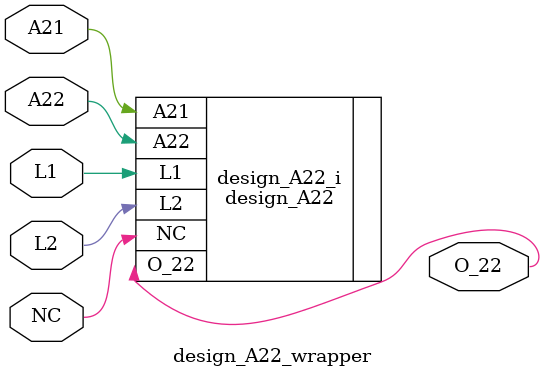
<source format=v>
`timescale 1 ps / 1 ps

module design_A22_wrapper
   (A21,
    A22,
    L1,
    L2,
    NC,
    O_22);
  input A21;
  input A22;
  input L1;
  input L2;
  input NC;
  output O_22;

  wire A21;
  wire A22;
  wire L1;
  wire L2;
  wire NC;
  wire O_22;

  design_A22 design_A22_i
       (.A21(A21),
        .A22(A22),
        .L1(L1),
        .L2(L2),
        .NC(NC),
        .O_22(O_22));
endmodule

</source>
